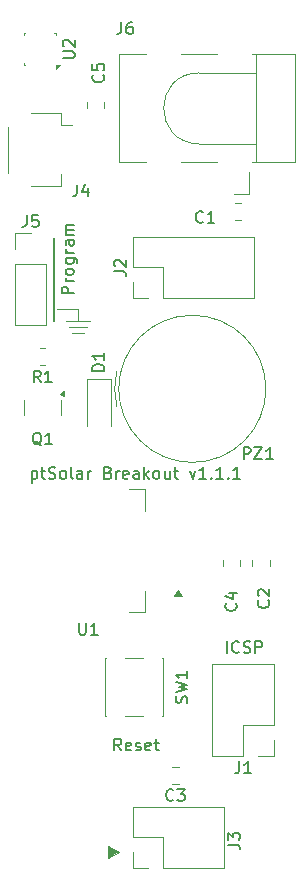
<source format=gbr>
%TF.GenerationSoftware,KiCad,Pcbnew,9.0.0*%
%TF.CreationDate,2025-03-02T17:32:46-06:00*%
%TF.ProjectId,ptSolar-Breakout,7074536f-6c61-4722-9d42-7265616b6f75,rev?*%
%TF.SameCoordinates,Original*%
%TF.FileFunction,Legend,Top*%
%TF.FilePolarity,Positive*%
%FSLAX46Y46*%
G04 Gerber Fmt 4.6, Leading zero omitted, Abs format (unit mm)*
G04 Created by KiCad (PCBNEW 9.0.0) date 2025-03-02 17:32:46*
%MOMM*%
%LPD*%
G01*
G04 APERTURE LIST*
%ADD10C,0.150000*%
%ADD11C,0.100000*%
%ADD12C,0.200000*%
%ADD13C,0.120000*%
G04 APERTURE END LIST*
D10*
X145836779Y-106703152D02*
X145836779Y-107703152D01*
X145836779Y-106750771D02*
X145932017Y-106703152D01*
X145932017Y-106703152D02*
X146122493Y-106703152D01*
X146122493Y-106703152D02*
X146217731Y-106750771D01*
X146217731Y-106750771D02*
X146265350Y-106798390D01*
X146265350Y-106798390D02*
X146312969Y-106893628D01*
X146312969Y-106893628D02*
X146312969Y-107179342D01*
X146312969Y-107179342D02*
X146265350Y-107274580D01*
X146265350Y-107274580D02*
X146217731Y-107322200D01*
X146217731Y-107322200D02*
X146122493Y-107369819D01*
X146122493Y-107369819D02*
X145932017Y-107369819D01*
X145932017Y-107369819D02*
X145836779Y-107322200D01*
X146598684Y-106703152D02*
X146979636Y-106703152D01*
X146741541Y-106369819D02*
X146741541Y-107226961D01*
X146741541Y-107226961D02*
X146789160Y-107322200D01*
X146789160Y-107322200D02*
X146884398Y-107369819D01*
X146884398Y-107369819D02*
X146979636Y-107369819D01*
X147265351Y-107322200D02*
X147408208Y-107369819D01*
X147408208Y-107369819D02*
X147646303Y-107369819D01*
X147646303Y-107369819D02*
X147741541Y-107322200D01*
X147741541Y-107322200D02*
X147789160Y-107274580D01*
X147789160Y-107274580D02*
X147836779Y-107179342D01*
X147836779Y-107179342D02*
X147836779Y-107084104D01*
X147836779Y-107084104D02*
X147789160Y-106988866D01*
X147789160Y-106988866D02*
X147741541Y-106941247D01*
X147741541Y-106941247D02*
X147646303Y-106893628D01*
X147646303Y-106893628D02*
X147455827Y-106846009D01*
X147455827Y-106846009D02*
X147360589Y-106798390D01*
X147360589Y-106798390D02*
X147312970Y-106750771D01*
X147312970Y-106750771D02*
X147265351Y-106655533D01*
X147265351Y-106655533D02*
X147265351Y-106560295D01*
X147265351Y-106560295D02*
X147312970Y-106465057D01*
X147312970Y-106465057D02*
X147360589Y-106417438D01*
X147360589Y-106417438D02*
X147455827Y-106369819D01*
X147455827Y-106369819D02*
X147693922Y-106369819D01*
X147693922Y-106369819D02*
X147836779Y-106417438D01*
X148408208Y-107369819D02*
X148312970Y-107322200D01*
X148312970Y-107322200D02*
X148265351Y-107274580D01*
X148265351Y-107274580D02*
X148217732Y-107179342D01*
X148217732Y-107179342D02*
X148217732Y-106893628D01*
X148217732Y-106893628D02*
X148265351Y-106798390D01*
X148265351Y-106798390D02*
X148312970Y-106750771D01*
X148312970Y-106750771D02*
X148408208Y-106703152D01*
X148408208Y-106703152D02*
X148551065Y-106703152D01*
X148551065Y-106703152D02*
X148646303Y-106750771D01*
X148646303Y-106750771D02*
X148693922Y-106798390D01*
X148693922Y-106798390D02*
X148741541Y-106893628D01*
X148741541Y-106893628D02*
X148741541Y-107179342D01*
X148741541Y-107179342D02*
X148693922Y-107274580D01*
X148693922Y-107274580D02*
X148646303Y-107322200D01*
X148646303Y-107322200D02*
X148551065Y-107369819D01*
X148551065Y-107369819D02*
X148408208Y-107369819D01*
X149312970Y-107369819D02*
X149217732Y-107322200D01*
X149217732Y-107322200D02*
X149170113Y-107226961D01*
X149170113Y-107226961D02*
X149170113Y-106369819D01*
X150122494Y-107369819D02*
X150122494Y-106846009D01*
X150122494Y-106846009D02*
X150074875Y-106750771D01*
X150074875Y-106750771D02*
X149979637Y-106703152D01*
X149979637Y-106703152D02*
X149789161Y-106703152D01*
X149789161Y-106703152D02*
X149693923Y-106750771D01*
X150122494Y-107322200D02*
X150027256Y-107369819D01*
X150027256Y-107369819D02*
X149789161Y-107369819D01*
X149789161Y-107369819D02*
X149693923Y-107322200D01*
X149693923Y-107322200D02*
X149646304Y-107226961D01*
X149646304Y-107226961D02*
X149646304Y-107131723D01*
X149646304Y-107131723D02*
X149693923Y-107036485D01*
X149693923Y-107036485D02*
X149789161Y-106988866D01*
X149789161Y-106988866D02*
X150027256Y-106988866D01*
X150027256Y-106988866D02*
X150122494Y-106941247D01*
X150598685Y-107369819D02*
X150598685Y-106703152D01*
X150598685Y-106893628D02*
X150646304Y-106798390D01*
X150646304Y-106798390D02*
X150693923Y-106750771D01*
X150693923Y-106750771D02*
X150789161Y-106703152D01*
X150789161Y-106703152D02*
X150884399Y-106703152D01*
X152312971Y-106846009D02*
X152455828Y-106893628D01*
X152455828Y-106893628D02*
X152503447Y-106941247D01*
X152503447Y-106941247D02*
X152551066Y-107036485D01*
X152551066Y-107036485D02*
X152551066Y-107179342D01*
X152551066Y-107179342D02*
X152503447Y-107274580D01*
X152503447Y-107274580D02*
X152455828Y-107322200D01*
X152455828Y-107322200D02*
X152360590Y-107369819D01*
X152360590Y-107369819D02*
X151979638Y-107369819D01*
X151979638Y-107369819D02*
X151979638Y-106369819D01*
X151979638Y-106369819D02*
X152312971Y-106369819D01*
X152312971Y-106369819D02*
X152408209Y-106417438D01*
X152408209Y-106417438D02*
X152455828Y-106465057D01*
X152455828Y-106465057D02*
X152503447Y-106560295D01*
X152503447Y-106560295D02*
X152503447Y-106655533D01*
X152503447Y-106655533D02*
X152455828Y-106750771D01*
X152455828Y-106750771D02*
X152408209Y-106798390D01*
X152408209Y-106798390D02*
X152312971Y-106846009D01*
X152312971Y-106846009D02*
X151979638Y-106846009D01*
X152979638Y-107369819D02*
X152979638Y-106703152D01*
X152979638Y-106893628D02*
X153027257Y-106798390D01*
X153027257Y-106798390D02*
X153074876Y-106750771D01*
X153074876Y-106750771D02*
X153170114Y-106703152D01*
X153170114Y-106703152D02*
X153265352Y-106703152D01*
X153979638Y-107322200D02*
X153884400Y-107369819D01*
X153884400Y-107369819D02*
X153693924Y-107369819D01*
X153693924Y-107369819D02*
X153598686Y-107322200D01*
X153598686Y-107322200D02*
X153551067Y-107226961D01*
X153551067Y-107226961D02*
X153551067Y-106846009D01*
X153551067Y-106846009D02*
X153598686Y-106750771D01*
X153598686Y-106750771D02*
X153693924Y-106703152D01*
X153693924Y-106703152D02*
X153884400Y-106703152D01*
X153884400Y-106703152D02*
X153979638Y-106750771D01*
X153979638Y-106750771D02*
X154027257Y-106846009D01*
X154027257Y-106846009D02*
X154027257Y-106941247D01*
X154027257Y-106941247D02*
X153551067Y-107036485D01*
X154884400Y-107369819D02*
X154884400Y-106846009D01*
X154884400Y-106846009D02*
X154836781Y-106750771D01*
X154836781Y-106750771D02*
X154741543Y-106703152D01*
X154741543Y-106703152D02*
X154551067Y-106703152D01*
X154551067Y-106703152D02*
X154455829Y-106750771D01*
X154884400Y-107322200D02*
X154789162Y-107369819D01*
X154789162Y-107369819D02*
X154551067Y-107369819D01*
X154551067Y-107369819D02*
X154455829Y-107322200D01*
X154455829Y-107322200D02*
X154408210Y-107226961D01*
X154408210Y-107226961D02*
X154408210Y-107131723D01*
X154408210Y-107131723D02*
X154455829Y-107036485D01*
X154455829Y-107036485D02*
X154551067Y-106988866D01*
X154551067Y-106988866D02*
X154789162Y-106988866D01*
X154789162Y-106988866D02*
X154884400Y-106941247D01*
X155360591Y-107369819D02*
X155360591Y-106369819D01*
X155455829Y-106988866D02*
X155741543Y-107369819D01*
X155741543Y-106703152D02*
X155360591Y-107084104D01*
X156312972Y-107369819D02*
X156217734Y-107322200D01*
X156217734Y-107322200D02*
X156170115Y-107274580D01*
X156170115Y-107274580D02*
X156122496Y-107179342D01*
X156122496Y-107179342D02*
X156122496Y-106893628D01*
X156122496Y-106893628D02*
X156170115Y-106798390D01*
X156170115Y-106798390D02*
X156217734Y-106750771D01*
X156217734Y-106750771D02*
X156312972Y-106703152D01*
X156312972Y-106703152D02*
X156455829Y-106703152D01*
X156455829Y-106703152D02*
X156551067Y-106750771D01*
X156551067Y-106750771D02*
X156598686Y-106798390D01*
X156598686Y-106798390D02*
X156646305Y-106893628D01*
X156646305Y-106893628D02*
X156646305Y-107179342D01*
X156646305Y-107179342D02*
X156598686Y-107274580D01*
X156598686Y-107274580D02*
X156551067Y-107322200D01*
X156551067Y-107322200D02*
X156455829Y-107369819D01*
X156455829Y-107369819D02*
X156312972Y-107369819D01*
X157503448Y-106703152D02*
X157503448Y-107369819D01*
X157074877Y-106703152D02*
X157074877Y-107226961D01*
X157074877Y-107226961D02*
X157122496Y-107322200D01*
X157122496Y-107322200D02*
X157217734Y-107369819D01*
X157217734Y-107369819D02*
X157360591Y-107369819D01*
X157360591Y-107369819D02*
X157455829Y-107322200D01*
X157455829Y-107322200D02*
X157503448Y-107274580D01*
X157836782Y-106703152D02*
X158217734Y-106703152D01*
X157979639Y-106369819D02*
X157979639Y-107226961D01*
X157979639Y-107226961D02*
X158027258Y-107322200D01*
X158027258Y-107322200D02*
X158122496Y-107369819D01*
X158122496Y-107369819D02*
X158217734Y-107369819D01*
X159217735Y-106703152D02*
X159455830Y-107369819D01*
X159455830Y-107369819D02*
X159693925Y-106703152D01*
X160598687Y-107369819D02*
X160027259Y-107369819D01*
X160312973Y-107369819D02*
X160312973Y-106369819D01*
X160312973Y-106369819D02*
X160217735Y-106512676D01*
X160217735Y-106512676D02*
X160122497Y-106607914D01*
X160122497Y-106607914D02*
X160027259Y-106655533D01*
X161027259Y-107274580D02*
X161074878Y-107322200D01*
X161074878Y-107322200D02*
X161027259Y-107369819D01*
X161027259Y-107369819D02*
X160979640Y-107322200D01*
X160979640Y-107322200D02*
X161027259Y-107274580D01*
X161027259Y-107274580D02*
X161027259Y-107369819D01*
X162027258Y-107369819D02*
X161455830Y-107369819D01*
X161741544Y-107369819D02*
X161741544Y-106369819D01*
X161741544Y-106369819D02*
X161646306Y-106512676D01*
X161646306Y-106512676D02*
X161551068Y-106607914D01*
X161551068Y-106607914D02*
X161455830Y-106655533D01*
X162455830Y-107274580D02*
X162503449Y-107322200D01*
X162503449Y-107322200D02*
X162455830Y-107369819D01*
X162455830Y-107369819D02*
X162408211Y-107322200D01*
X162408211Y-107322200D02*
X162455830Y-107274580D01*
X162455830Y-107274580D02*
X162455830Y-107369819D01*
X163455829Y-107369819D02*
X162884401Y-107369819D01*
X163170115Y-107369819D02*
X163170115Y-106369819D01*
X163170115Y-106369819D02*
X163074877Y-106512676D01*
X163074877Y-106512676D02*
X162979639Y-106607914D01*
X162979639Y-106607914D02*
X162884401Y-106655533D01*
D11*
X150750000Y-94000000D02*
X148750000Y-94000000D01*
X150250000Y-95000000D02*
X149250000Y-95000000D01*
X150500000Y-94500000D02*
X149000000Y-94500000D01*
D10*
X149369819Y-91663220D02*
X148369819Y-91663220D01*
X148369819Y-91663220D02*
X148369819Y-91282268D01*
X148369819Y-91282268D02*
X148417438Y-91187030D01*
X148417438Y-91187030D02*
X148465057Y-91139411D01*
X148465057Y-91139411D02*
X148560295Y-91091792D01*
X148560295Y-91091792D02*
X148703152Y-91091792D01*
X148703152Y-91091792D02*
X148798390Y-91139411D01*
X148798390Y-91139411D02*
X148846009Y-91187030D01*
X148846009Y-91187030D02*
X148893628Y-91282268D01*
X148893628Y-91282268D02*
X148893628Y-91663220D01*
X149369819Y-90663220D02*
X148703152Y-90663220D01*
X148893628Y-90663220D02*
X148798390Y-90615601D01*
X148798390Y-90615601D02*
X148750771Y-90567982D01*
X148750771Y-90567982D02*
X148703152Y-90472744D01*
X148703152Y-90472744D02*
X148703152Y-90377506D01*
X149369819Y-89901315D02*
X149322200Y-89996553D01*
X149322200Y-89996553D02*
X149274580Y-90044172D01*
X149274580Y-90044172D02*
X149179342Y-90091791D01*
X149179342Y-90091791D02*
X148893628Y-90091791D01*
X148893628Y-90091791D02*
X148798390Y-90044172D01*
X148798390Y-90044172D02*
X148750771Y-89996553D01*
X148750771Y-89996553D02*
X148703152Y-89901315D01*
X148703152Y-89901315D02*
X148703152Y-89758458D01*
X148703152Y-89758458D02*
X148750771Y-89663220D01*
X148750771Y-89663220D02*
X148798390Y-89615601D01*
X148798390Y-89615601D02*
X148893628Y-89567982D01*
X148893628Y-89567982D02*
X149179342Y-89567982D01*
X149179342Y-89567982D02*
X149274580Y-89615601D01*
X149274580Y-89615601D02*
X149322200Y-89663220D01*
X149322200Y-89663220D02*
X149369819Y-89758458D01*
X149369819Y-89758458D02*
X149369819Y-89901315D01*
X148703152Y-88710839D02*
X149512676Y-88710839D01*
X149512676Y-88710839D02*
X149607914Y-88758458D01*
X149607914Y-88758458D02*
X149655533Y-88806077D01*
X149655533Y-88806077D02*
X149703152Y-88901315D01*
X149703152Y-88901315D02*
X149703152Y-89044172D01*
X149703152Y-89044172D02*
X149655533Y-89139410D01*
X149322200Y-88710839D02*
X149369819Y-88806077D01*
X149369819Y-88806077D02*
X149369819Y-88996553D01*
X149369819Y-88996553D02*
X149322200Y-89091791D01*
X149322200Y-89091791D02*
X149274580Y-89139410D01*
X149274580Y-89139410D02*
X149179342Y-89187029D01*
X149179342Y-89187029D02*
X148893628Y-89187029D01*
X148893628Y-89187029D02*
X148798390Y-89139410D01*
X148798390Y-89139410D02*
X148750771Y-89091791D01*
X148750771Y-89091791D02*
X148703152Y-88996553D01*
X148703152Y-88996553D02*
X148703152Y-88806077D01*
X148703152Y-88806077D02*
X148750771Y-88710839D01*
X149369819Y-88234648D02*
X148703152Y-88234648D01*
X148893628Y-88234648D02*
X148798390Y-88187029D01*
X148798390Y-88187029D02*
X148750771Y-88139410D01*
X148750771Y-88139410D02*
X148703152Y-88044172D01*
X148703152Y-88044172D02*
X148703152Y-87948934D01*
X149369819Y-87187029D02*
X148846009Y-87187029D01*
X148846009Y-87187029D02*
X148750771Y-87234648D01*
X148750771Y-87234648D02*
X148703152Y-87329886D01*
X148703152Y-87329886D02*
X148703152Y-87520362D01*
X148703152Y-87520362D02*
X148750771Y-87615600D01*
X149322200Y-87187029D02*
X149369819Y-87282267D01*
X149369819Y-87282267D02*
X149369819Y-87520362D01*
X149369819Y-87520362D02*
X149322200Y-87615600D01*
X149322200Y-87615600D02*
X149226961Y-87663219D01*
X149226961Y-87663219D02*
X149131723Y-87663219D01*
X149131723Y-87663219D02*
X149036485Y-87615600D01*
X149036485Y-87615600D02*
X148988866Y-87520362D01*
X148988866Y-87520362D02*
X148988866Y-87282267D01*
X148988866Y-87282267D02*
X148941247Y-87187029D01*
X149369819Y-86710838D02*
X148703152Y-86710838D01*
X148798390Y-86710838D02*
X148750771Y-86663219D01*
X148750771Y-86663219D02*
X148703152Y-86567981D01*
X148703152Y-86567981D02*
X148703152Y-86425124D01*
X148703152Y-86425124D02*
X148750771Y-86329886D01*
X148750771Y-86329886D02*
X148846009Y-86282267D01*
X148846009Y-86282267D02*
X149369819Y-86282267D01*
X148846009Y-86282267D02*
X148750771Y-86234648D01*
X148750771Y-86234648D02*
X148703152Y-86139410D01*
X148703152Y-86139410D02*
X148703152Y-85996553D01*
X148703152Y-85996553D02*
X148750771Y-85901314D01*
X148750771Y-85901314D02*
X148846009Y-85853695D01*
X148846009Y-85853695D02*
X149369819Y-85853695D01*
D11*
X149750000Y-94000000D02*
X149750000Y-93000000D01*
X148000000Y-93000000D02*
X149750000Y-93000000D01*
D12*
X147750000Y-94000000D02*
X147750000Y-87000000D01*
D11*
X153250000Y-139000000D02*
X152250000Y-139500000D01*
X152250000Y-138500000D01*
X153250000Y-139000000D01*
G36*
X153250000Y-139000000D02*
G01*
X152250000Y-139500000D01*
X152250000Y-138500000D01*
X153250000Y-139000000D01*
G37*
D10*
X153408207Y-130369819D02*
X153074874Y-129893628D01*
X152836779Y-130369819D02*
X152836779Y-129369819D01*
X152836779Y-129369819D02*
X153217731Y-129369819D01*
X153217731Y-129369819D02*
X153312969Y-129417438D01*
X153312969Y-129417438D02*
X153360588Y-129465057D01*
X153360588Y-129465057D02*
X153408207Y-129560295D01*
X153408207Y-129560295D02*
X153408207Y-129703152D01*
X153408207Y-129703152D02*
X153360588Y-129798390D01*
X153360588Y-129798390D02*
X153312969Y-129846009D01*
X153312969Y-129846009D02*
X153217731Y-129893628D01*
X153217731Y-129893628D02*
X152836779Y-129893628D01*
X154217731Y-130322200D02*
X154122493Y-130369819D01*
X154122493Y-130369819D02*
X153932017Y-130369819D01*
X153932017Y-130369819D02*
X153836779Y-130322200D01*
X153836779Y-130322200D02*
X153789160Y-130226961D01*
X153789160Y-130226961D02*
X153789160Y-129846009D01*
X153789160Y-129846009D02*
X153836779Y-129750771D01*
X153836779Y-129750771D02*
X153932017Y-129703152D01*
X153932017Y-129703152D02*
X154122493Y-129703152D01*
X154122493Y-129703152D02*
X154217731Y-129750771D01*
X154217731Y-129750771D02*
X154265350Y-129846009D01*
X154265350Y-129846009D02*
X154265350Y-129941247D01*
X154265350Y-129941247D02*
X153789160Y-130036485D01*
X154646303Y-130322200D02*
X154741541Y-130369819D01*
X154741541Y-130369819D02*
X154932017Y-130369819D01*
X154932017Y-130369819D02*
X155027255Y-130322200D01*
X155027255Y-130322200D02*
X155074874Y-130226961D01*
X155074874Y-130226961D02*
X155074874Y-130179342D01*
X155074874Y-130179342D02*
X155027255Y-130084104D01*
X155027255Y-130084104D02*
X154932017Y-130036485D01*
X154932017Y-130036485D02*
X154789160Y-130036485D01*
X154789160Y-130036485D02*
X154693922Y-129988866D01*
X154693922Y-129988866D02*
X154646303Y-129893628D01*
X154646303Y-129893628D02*
X154646303Y-129846009D01*
X154646303Y-129846009D02*
X154693922Y-129750771D01*
X154693922Y-129750771D02*
X154789160Y-129703152D01*
X154789160Y-129703152D02*
X154932017Y-129703152D01*
X154932017Y-129703152D02*
X155027255Y-129750771D01*
X155884398Y-130322200D02*
X155789160Y-130369819D01*
X155789160Y-130369819D02*
X155598684Y-130369819D01*
X155598684Y-130369819D02*
X155503446Y-130322200D01*
X155503446Y-130322200D02*
X155455827Y-130226961D01*
X155455827Y-130226961D02*
X155455827Y-129846009D01*
X155455827Y-129846009D02*
X155503446Y-129750771D01*
X155503446Y-129750771D02*
X155598684Y-129703152D01*
X155598684Y-129703152D02*
X155789160Y-129703152D01*
X155789160Y-129703152D02*
X155884398Y-129750771D01*
X155884398Y-129750771D02*
X155932017Y-129846009D01*
X155932017Y-129846009D02*
X155932017Y-129941247D01*
X155932017Y-129941247D02*
X155455827Y-130036485D01*
X156217732Y-129703152D02*
X156598684Y-129703152D01*
X156360589Y-129369819D02*
X156360589Y-130226961D01*
X156360589Y-130226961D02*
X156408208Y-130322200D01*
X156408208Y-130322200D02*
X156503446Y-130369819D01*
X156503446Y-130369819D02*
X156598684Y-130369819D01*
X162336779Y-122119819D02*
X162336779Y-121119819D01*
X163384397Y-122024580D02*
X163336778Y-122072200D01*
X163336778Y-122072200D02*
X163193921Y-122119819D01*
X163193921Y-122119819D02*
X163098683Y-122119819D01*
X163098683Y-122119819D02*
X162955826Y-122072200D01*
X162955826Y-122072200D02*
X162860588Y-121976961D01*
X162860588Y-121976961D02*
X162812969Y-121881723D01*
X162812969Y-121881723D02*
X162765350Y-121691247D01*
X162765350Y-121691247D02*
X162765350Y-121548390D01*
X162765350Y-121548390D02*
X162812969Y-121357914D01*
X162812969Y-121357914D02*
X162860588Y-121262676D01*
X162860588Y-121262676D02*
X162955826Y-121167438D01*
X162955826Y-121167438D02*
X163098683Y-121119819D01*
X163098683Y-121119819D02*
X163193921Y-121119819D01*
X163193921Y-121119819D02*
X163336778Y-121167438D01*
X163336778Y-121167438D02*
X163384397Y-121215057D01*
X163765350Y-122072200D02*
X163908207Y-122119819D01*
X163908207Y-122119819D02*
X164146302Y-122119819D01*
X164146302Y-122119819D02*
X164241540Y-122072200D01*
X164241540Y-122072200D02*
X164289159Y-122024580D01*
X164289159Y-122024580D02*
X164336778Y-121929342D01*
X164336778Y-121929342D02*
X164336778Y-121834104D01*
X164336778Y-121834104D02*
X164289159Y-121738866D01*
X164289159Y-121738866D02*
X164241540Y-121691247D01*
X164241540Y-121691247D02*
X164146302Y-121643628D01*
X164146302Y-121643628D02*
X163955826Y-121596009D01*
X163955826Y-121596009D02*
X163860588Y-121548390D01*
X163860588Y-121548390D02*
X163812969Y-121500771D01*
X163812969Y-121500771D02*
X163765350Y-121405533D01*
X163765350Y-121405533D02*
X163765350Y-121310295D01*
X163765350Y-121310295D02*
X163812969Y-121215057D01*
X163812969Y-121215057D02*
X163860588Y-121167438D01*
X163860588Y-121167438D02*
X163955826Y-121119819D01*
X163955826Y-121119819D02*
X164193921Y-121119819D01*
X164193921Y-121119819D02*
X164336778Y-121167438D01*
X164765350Y-122119819D02*
X164765350Y-121119819D01*
X164765350Y-121119819D02*
X165146302Y-121119819D01*
X165146302Y-121119819D02*
X165241540Y-121167438D01*
X165241540Y-121167438D02*
X165289159Y-121215057D01*
X165289159Y-121215057D02*
X165336778Y-121310295D01*
X165336778Y-121310295D02*
X165336778Y-121453152D01*
X165336778Y-121453152D02*
X165289159Y-121548390D01*
X165289159Y-121548390D02*
X165241540Y-121596009D01*
X165241540Y-121596009D02*
X165146302Y-121643628D01*
X165146302Y-121643628D02*
X164765350Y-121643628D01*
X148454819Y-71761904D02*
X149264342Y-71761904D01*
X149264342Y-71761904D02*
X149359580Y-71714285D01*
X149359580Y-71714285D02*
X149407200Y-71666666D01*
X149407200Y-71666666D02*
X149454819Y-71571428D01*
X149454819Y-71571428D02*
X149454819Y-71380952D01*
X149454819Y-71380952D02*
X149407200Y-71285714D01*
X149407200Y-71285714D02*
X149359580Y-71238095D01*
X149359580Y-71238095D02*
X149264342Y-71190476D01*
X149264342Y-71190476D02*
X148454819Y-71190476D01*
X148550057Y-70761904D02*
X148502438Y-70714285D01*
X148502438Y-70714285D02*
X148454819Y-70619047D01*
X148454819Y-70619047D02*
X148454819Y-70380952D01*
X148454819Y-70380952D02*
X148502438Y-70285714D01*
X148502438Y-70285714D02*
X148550057Y-70238095D01*
X148550057Y-70238095D02*
X148645295Y-70190476D01*
X148645295Y-70190476D02*
X148740533Y-70190476D01*
X148740533Y-70190476D02*
X148883390Y-70238095D01*
X148883390Y-70238095D02*
X149454819Y-70809523D01*
X149454819Y-70809523D02*
X149454819Y-70190476D01*
X158957200Y-126333332D02*
X159004819Y-126190475D01*
X159004819Y-126190475D02*
X159004819Y-125952380D01*
X159004819Y-125952380D02*
X158957200Y-125857142D01*
X158957200Y-125857142D02*
X158909580Y-125809523D01*
X158909580Y-125809523D02*
X158814342Y-125761904D01*
X158814342Y-125761904D02*
X158719104Y-125761904D01*
X158719104Y-125761904D02*
X158623866Y-125809523D01*
X158623866Y-125809523D02*
X158576247Y-125857142D01*
X158576247Y-125857142D02*
X158528628Y-125952380D01*
X158528628Y-125952380D02*
X158481009Y-126142856D01*
X158481009Y-126142856D02*
X158433390Y-126238094D01*
X158433390Y-126238094D02*
X158385771Y-126285713D01*
X158385771Y-126285713D02*
X158290533Y-126333332D01*
X158290533Y-126333332D02*
X158195295Y-126333332D01*
X158195295Y-126333332D02*
X158100057Y-126285713D01*
X158100057Y-126285713D02*
X158052438Y-126238094D01*
X158052438Y-126238094D02*
X158004819Y-126142856D01*
X158004819Y-126142856D02*
X158004819Y-125904761D01*
X158004819Y-125904761D02*
X158052438Y-125761904D01*
X158004819Y-125428570D02*
X159004819Y-125190475D01*
X159004819Y-125190475D02*
X158290533Y-124999999D01*
X158290533Y-124999999D02*
X159004819Y-124809523D01*
X159004819Y-124809523D02*
X158004819Y-124571428D01*
X159004819Y-123666666D02*
X159004819Y-124238094D01*
X159004819Y-123952380D02*
X158004819Y-123952380D01*
X158004819Y-123952380D02*
X158147676Y-124047618D01*
X158147676Y-124047618D02*
X158242914Y-124142856D01*
X158242914Y-124142856D02*
X158290533Y-124238094D01*
X149666666Y-82454819D02*
X149666666Y-83169104D01*
X149666666Y-83169104D02*
X149619047Y-83311961D01*
X149619047Y-83311961D02*
X149523809Y-83407200D01*
X149523809Y-83407200D02*
X149380952Y-83454819D01*
X149380952Y-83454819D02*
X149285714Y-83454819D01*
X150571428Y-82788152D02*
X150571428Y-83454819D01*
X150333333Y-82407200D02*
X150095238Y-83121485D01*
X150095238Y-83121485D02*
X150714285Y-83121485D01*
X160333333Y-85609580D02*
X160285714Y-85657200D01*
X160285714Y-85657200D02*
X160142857Y-85704819D01*
X160142857Y-85704819D02*
X160047619Y-85704819D01*
X160047619Y-85704819D02*
X159904762Y-85657200D01*
X159904762Y-85657200D02*
X159809524Y-85561961D01*
X159809524Y-85561961D02*
X159761905Y-85466723D01*
X159761905Y-85466723D02*
X159714286Y-85276247D01*
X159714286Y-85276247D02*
X159714286Y-85133390D01*
X159714286Y-85133390D02*
X159761905Y-84942914D01*
X159761905Y-84942914D02*
X159809524Y-84847676D01*
X159809524Y-84847676D02*
X159904762Y-84752438D01*
X159904762Y-84752438D02*
X160047619Y-84704819D01*
X160047619Y-84704819D02*
X160142857Y-84704819D01*
X160142857Y-84704819D02*
X160285714Y-84752438D01*
X160285714Y-84752438D02*
X160333333Y-84800057D01*
X161285714Y-85704819D02*
X160714286Y-85704819D01*
X161000000Y-85704819D02*
X161000000Y-84704819D01*
X161000000Y-84704819D02*
X160904762Y-84847676D01*
X160904762Y-84847676D02*
X160809524Y-84942914D01*
X160809524Y-84942914D02*
X160714286Y-84990533D01*
X151859580Y-73166666D02*
X151907200Y-73214285D01*
X151907200Y-73214285D02*
X151954819Y-73357142D01*
X151954819Y-73357142D02*
X151954819Y-73452380D01*
X151954819Y-73452380D02*
X151907200Y-73595237D01*
X151907200Y-73595237D02*
X151811961Y-73690475D01*
X151811961Y-73690475D02*
X151716723Y-73738094D01*
X151716723Y-73738094D02*
X151526247Y-73785713D01*
X151526247Y-73785713D02*
X151383390Y-73785713D01*
X151383390Y-73785713D02*
X151192914Y-73738094D01*
X151192914Y-73738094D02*
X151097676Y-73690475D01*
X151097676Y-73690475D02*
X151002438Y-73595237D01*
X151002438Y-73595237D02*
X150954819Y-73452380D01*
X150954819Y-73452380D02*
X150954819Y-73357142D01*
X150954819Y-73357142D02*
X151002438Y-73214285D01*
X151002438Y-73214285D02*
X151050057Y-73166666D01*
X150954819Y-72261904D02*
X150954819Y-72738094D01*
X150954819Y-72738094D02*
X151431009Y-72785713D01*
X151431009Y-72785713D02*
X151383390Y-72738094D01*
X151383390Y-72738094D02*
X151335771Y-72642856D01*
X151335771Y-72642856D02*
X151335771Y-72404761D01*
X151335771Y-72404761D02*
X151383390Y-72309523D01*
X151383390Y-72309523D02*
X151431009Y-72261904D01*
X151431009Y-72261904D02*
X151526247Y-72214285D01*
X151526247Y-72214285D02*
X151764342Y-72214285D01*
X151764342Y-72214285D02*
X151859580Y-72261904D01*
X151859580Y-72261904D02*
X151907200Y-72309523D01*
X151907200Y-72309523D02*
X151954819Y-72404761D01*
X151954819Y-72404761D02*
X151954819Y-72642856D01*
X151954819Y-72642856D02*
X151907200Y-72738094D01*
X151907200Y-72738094D02*
X151859580Y-72785713D01*
X152824819Y-89803333D02*
X153539104Y-89803333D01*
X153539104Y-89803333D02*
X153681961Y-89850952D01*
X153681961Y-89850952D02*
X153777200Y-89946190D01*
X153777200Y-89946190D02*
X153824819Y-90089047D01*
X153824819Y-90089047D02*
X153824819Y-90184285D01*
X152920057Y-89374761D02*
X152872438Y-89327142D01*
X152872438Y-89327142D02*
X152824819Y-89231904D01*
X152824819Y-89231904D02*
X152824819Y-88993809D01*
X152824819Y-88993809D02*
X152872438Y-88898571D01*
X152872438Y-88898571D02*
X152920057Y-88850952D01*
X152920057Y-88850952D02*
X153015295Y-88803333D01*
X153015295Y-88803333D02*
X153110533Y-88803333D01*
X153110533Y-88803333D02*
X153253390Y-88850952D01*
X153253390Y-88850952D02*
X153824819Y-89422380D01*
X153824819Y-89422380D02*
X153824819Y-88803333D01*
X163396666Y-131284819D02*
X163396666Y-131999104D01*
X163396666Y-131999104D02*
X163349047Y-132141961D01*
X163349047Y-132141961D02*
X163253809Y-132237200D01*
X163253809Y-132237200D02*
X163110952Y-132284819D01*
X163110952Y-132284819D02*
X163015714Y-132284819D01*
X164396666Y-132284819D02*
X163825238Y-132284819D01*
X164110952Y-132284819D02*
X164110952Y-131284819D01*
X164110952Y-131284819D02*
X164015714Y-131427676D01*
X164015714Y-131427676D02*
X163920476Y-131522914D01*
X163920476Y-131522914D02*
X163825238Y-131570533D01*
X157833333Y-134539580D02*
X157785714Y-134587200D01*
X157785714Y-134587200D02*
X157642857Y-134634819D01*
X157642857Y-134634819D02*
X157547619Y-134634819D01*
X157547619Y-134634819D02*
X157404762Y-134587200D01*
X157404762Y-134587200D02*
X157309524Y-134491961D01*
X157309524Y-134491961D02*
X157261905Y-134396723D01*
X157261905Y-134396723D02*
X157214286Y-134206247D01*
X157214286Y-134206247D02*
X157214286Y-134063390D01*
X157214286Y-134063390D02*
X157261905Y-133872914D01*
X157261905Y-133872914D02*
X157309524Y-133777676D01*
X157309524Y-133777676D02*
X157404762Y-133682438D01*
X157404762Y-133682438D02*
X157547619Y-133634819D01*
X157547619Y-133634819D02*
X157642857Y-133634819D01*
X157642857Y-133634819D02*
X157785714Y-133682438D01*
X157785714Y-133682438D02*
X157833333Y-133730057D01*
X158166667Y-133634819D02*
X158785714Y-133634819D01*
X158785714Y-133634819D02*
X158452381Y-134015771D01*
X158452381Y-134015771D02*
X158595238Y-134015771D01*
X158595238Y-134015771D02*
X158690476Y-134063390D01*
X158690476Y-134063390D02*
X158738095Y-134111009D01*
X158738095Y-134111009D02*
X158785714Y-134206247D01*
X158785714Y-134206247D02*
X158785714Y-134444342D01*
X158785714Y-134444342D02*
X158738095Y-134539580D01*
X158738095Y-134539580D02*
X158690476Y-134587200D01*
X158690476Y-134587200D02*
X158595238Y-134634819D01*
X158595238Y-134634819D02*
X158309524Y-134634819D01*
X158309524Y-134634819D02*
X158214286Y-134587200D01*
X158214286Y-134587200D02*
X158166667Y-134539580D01*
X151954819Y-98238094D02*
X150954819Y-98238094D01*
X150954819Y-98238094D02*
X150954819Y-97999999D01*
X150954819Y-97999999D02*
X151002438Y-97857142D01*
X151002438Y-97857142D02*
X151097676Y-97761904D01*
X151097676Y-97761904D02*
X151192914Y-97714285D01*
X151192914Y-97714285D02*
X151383390Y-97666666D01*
X151383390Y-97666666D02*
X151526247Y-97666666D01*
X151526247Y-97666666D02*
X151716723Y-97714285D01*
X151716723Y-97714285D02*
X151811961Y-97761904D01*
X151811961Y-97761904D02*
X151907200Y-97857142D01*
X151907200Y-97857142D02*
X151954819Y-97999999D01*
X151954819Y-97999999D02*
X151954819Y-98238094D01*
X151954819Y-96714285D02*
X151954819Y-97285713D01*
X151954819Y-96999999D02*
X150954819Y-96999999D01*
X150954819Y-96999999D02*
X151097676Y-97095237D01*
X151097676Y-97095237D02*
X151192914Y-97190475D01*
X151192914Y-97190475D02*
X151240533Y-97285713D01*
X162454819Y-138333333D02*
X163169104Y-138333333D01*
X163169104Y-138333333D02*
X163311961Y-138380952D01*
X163311961Y-138380952D02*
X163407200Y-138476190D01*
X163407200Y-138476190D02*
X163454819Y-138619047D01*
X163454819Y-138619047D02*
X163454819Y-138714285D01*
X162454819Y-137952380D02*
X162454819Y-137333333D01*
X162454819Y-137333333D02*
X162835771Y-137666666D01*
X162835771Y-137666666D02*
X162835771Y-137523809D01*
X162835771Y-137523809D02*
X162883390Y-137428571D01*
X162883390Y-137428571D02*
X162931009Y-137380952D01*
X162931009Y-137380952D02*
X163026247Y-137333333D01*
X163026247Y-137333333D02*
X163264342Y-137333333D01*
X163264342Y-137333333D02*
X163359580Y-137380952D01*
X163359580Y-137380952D02*
X163407200Y-137428571D01*
X163407200Y-137428571D02*
X163454819Y-137523809D01*
X163454819Y-137523809D02*
X163454819Y-137809523D01*
X163454819Y-137809523D02*
X163407200Y-137904761D01*
X163407200Y-137904761D02*
X163359580Y-137952380D01*
X146654761Y-104550057D02*
X146559523Y-104502438D01*
X146559523Y-104502438D02*
X146464285Y-104407200D01*
X146464285Y-104407200D02*
X146321428Y-104264342D01*
X146321428Y-104264342D02*
X146226190Y-104216723D01*
X146226190Y-104216723D02*
X146130952Y-104216723D01*
X146178571Y-104454819D02*
X146083333Y-104407200D01*
X146083333Y-104407200D02*
X145988095Y-104311961D01*
X145988095Y-104311961D02*
X145940476Y-104121485D01*
X145940476Y-104121485D02*
X145940476Y-103788152D01*
X145940476Y-103788152D02*
X145988095Y-103597676D01*
X145988095Y-103597676D02*
X146083333Y-103502438D01*
X146083333Y-103502438D02*
X146178571Y-103454819D01*
X146178571Y-103454819D02*
X146369047Y-103454819D01*
X146369047Y-103454819D02*
X146464285Y-103502438D01*
X146464285Y-103502438D02*
X146559523Y-103597676D01*
X146559523Y-103597676D02*
X146607142Y-103788152D01*
X146607142Y-103788152D02*
X146607142Y-104121485D01*
X146607142Y-104121485D02*
X146559523Y-104311961D01*
X146559523Y-104311961D02*
X146464285Y-104407200D01*
X146464285Y-104407200D02*
X146369047Y-104454819D01*
X146369047Y-104454819D02*
X146178571Y-104454819D01*
X147559523Y-104454819D02*
X146988095Y-104454819D01*
X147273809Y-104454819D02*
X147273809Y-103454819D01*
X147273809Y-103454819D02*
X147178571Y-103597676D01*
X147178571Y-103597676D02*
X147083333Y-103692914D01*
X147083333Y-103692914D02*
X146988095Y-103740533D01*
X149838095Y-119564819D02*
X149838095Y-120374342D01*
X149838095Y-120374342D02*
X149885714Y-120469580D01*
X149885714Y-120469580D02*
X149933333Y-120517200D01*
X149933333Y-120517200D02*
X150028571Y-120564819D01*
X150028571Y-120564819D02*
X150219047Y-120564819D01*
X150219047Y-120564819D02*
X150314285Y-120517200D01*
X150314285Y-120517200D02*
X150361904Y-120469580D01*
X150361904Y-120469580D02*
X150409523Y-120374342D01*
X150409523Y-120374342D02*
X150409523Y-119564819D01*
X151409523Y-120564819D02*
X150838095Y-120564819D01*
X151123809Y-120564819D02*
X151123809Y-119564819D01*
X151123809Y-119564819D02*
X151028571Y-119707676D01*
X151028571Y-119707676D02*
X150933333Y-119802914D01*
X150933333Y-119802914D02*
X150838095Y-119850533D01*
X145416666Y-85044819D02*
X145416666Y-85759104D01*
X145416666Y-85759104D02*
X145369047Y-85901961D01*
X145369047Y-85901961D02*
X145273809Y-85997200D01*
X145273809Y-85997200D02*
X145130952Y-86044819D01*
X145130952Y-86044819D02*
X145035714Y-86044819D01*
X146369047Y-85044819D02*
X145892857Y-85044819D01*
X145892857Y-85044819D02*
X145845238Y-85521009D01*
X145845238Y-85521009D02*
X145892857Y-85473390D01*
X145892857Y-85473390D02*
X145988095Y-85425771D01*
X145988095Y-85425771D02*
X146226190Y-85425771D01*
X146226190Y-85425771D02*
X146321428Y-85473390D01*
X146321428Y-85473390D02*
X146369047Y-85521009D01*
X146369047Y-85521009D02*
X146416666Y-85616247D01*
X146416666Y-85616247D02*
X146416666Y-85854342D01*
X146416666Y-85854342D02*
X146369047Y-85949580D01*
X146369047Y-85949580D02*
X146321428Y-85997200D01*
X146321428Y-85997200D02*
X146226190Y-86044819D01*
X146226190Y-86044819D02*
X145988095Y-86044819D01*
X145988095Y-86044819D02*
X145892857Y-85997200D01*
X145892857Y-85997200D02*
X145845238Y-85949580D01*
X163109580Y-117916666D02*
X163157200Y-117964285D01*
X163157200Y-117964285D02*
X163204819Y-118107142D01*
X163204819Y-118107142D02*
X163204819Y-118202380D01*
X163204819Y-118202380D02*
X163157200Y-118345237D01*
X163157200Y-118345237D02*
X163061961Y-118440475D01*
X163061961Y-118440475D02*
X162966723Y-118488094D01*
X162966723Y-118488094D02*
X162776247Y-118535713D01*
X162776247Y-118535713D02*
X162633390Y-118535713D01*
X162633390Y-118535713D02*
X162442914Y-118488094D01*
X162442914Y-118488094D02*
X162347676Y-118440475D01*
X162347676Y-118440475D02*
X162252438Y-118345237D01*
X162252438Y-118345237D02*
X162204819Y-118202380D01*
X162204819Y-118202380D02*
X162204819Y-118107142D01*
X162204819Y-118107142D02*
X162252438Y-117964285D01*
X162252438Y-117964285D02*
X162300057Y-117916666D01*
X162538152Y-117059523D02*
X163204819Y-117059523D01*
X162157200Y-117297618D02*
X162871485Y-117535713D01*
X162871485Y-117535713D02*
X162871485Y-116916666D01*
X153416666Y-68704819D02*
X153416666Y-69419104D01*
X153416666Y-69419104D02*
X153369047Y-69561961D01*
X153369047Y-69561961D02*
X153273809Y-69657200D01*
X153273809Y-69657200D02*
X153130952Y-69704819D01*
X153130952Y-69704819D02*
X153035714Y-69704819D01*
X154321428Y-68704819D02*
X154130952Y-68704819D01*
X154130952Y-68704819D02*
X154035714Y-68752438D01*
X154035714Y-68752438D02*
X153988095Y-68800057D01*
X153988095Y-68800057D02*
X153892857Y-68942914D01*
X153892857Y-68942914D02*
X153845238Y-69133390D01*
X153845238Y-69133390D02*
X153845238Y-69514342D01*
X153845238Y-69514342D02*
X153892857Y-69609580D01*
X153892857Y-69609580D02*
X153940476Y-69657200D01*
X153940476Y-69657200D02*
X154035714Y-69704819D01*
X154035714Y-69704819D02*
X154226190Y-69704819D01*
X154226190Y-69704819D02*
X154321428Y-69657200D01*
X154321428Y-69657200D02*
X154369047Y-69609580D01*
X154369047Y-69609580D02*
X154416666Y-69514342D01*
X154416666Y-69514342D02*
X154416666Y-69276247D01*
X154416666Y-69276247D02*
X154369047Y-69181009D01*
X154369047Y-69181009D02*
X154321428Y-69133390D01*
X154321428Y-69133390D02*
X154226190Y-69085771D01*
X154226190Y-69085771D02*
X154035714Y-69085771D01*
X154035714Y-69085771D02*
X153940476Y-69133390D01*
X153940476Y-69133390D02*
X153892857Y-69181009D01*
X153892857Y-69181009D02*
X153845238Y-69276247D01*
X165859580Y-117666666D02*
X165907200Y-117714285D01*
X165907200Y-117714285D02*
X165954819Y-117857142D01*
X165954819Y-117857142D02*
X165954819Y-117952380D01*
X165954819Y-117952380D02*
X165907200Y-118095237D01*
X165907200Y-118095237D02*
X165811961Y-118190475D01*
X165811961Y-118190475D02*
X165716723Y-118238094D01*
X165716723Y-118238094D02*
X165526247Y-118285713D01*
X165526247Y-118285713D02*
X165383390Y-118285713D01*
X165383390Y-118285713D02*
X165192914Y-118238094D01*
X165192914Y-118238094D02*
X165097676Y-118190475D01*
X165097676Y-118190475D02*
X165002438Y-118095237D01*
X165002438Y-118095237D02*
X164954819Y-117952380D01*
X164954819Y-117952380D02*
X164954819Y-117857142D01*
X164954819Y-117857142D02*
X165002438Y-117714285D01*
X165002438Y-117714285D02*
X165050057Y-117666666D01*
X165050057Y-117285713D02*
X165002438Y-117238094D01*
X165002438Y-117238094D02*
X164954819Y-117142856D01*
X164954819Y-117142856D02*
X164954819Y-116904761D01*
X164954819Y-116904761D02*
X165002438Y-116809523D01*
X165002438Y-116809523D02*
X165050057Y-116761904D01*
X165050057Y-116761904D02*
X165145295Y-116714285D01*
X165145295Y-116714285D02*
X165240533Y-116714285D01*
X165240533Y-116714285D02*
X165383390Y-116761904D01*
X165383390Y-116761904D02*
X165954819Y-117333332D01*
X165954819Y-117333332D02*
X165954819Y-116714285D01*
X146583333Y-99204819D02*
X146250000Y-98728628D01*
X146011905Y-99204819D02*
X146011905Y-98204819D01*
X146011905Y-98204819D02*
X146392857Y-98204819D01*
X146392857Y-98204819D02*
X146488095Y-98252438D01*
X146488095Y-98252438D02*
X146535714Y-98300057D01*
X146535714Y-98300057D02*
X146583333Y-98395295D01*
X146583333Y-98395295D02*
X146583333Y-98538152D01*
X146583333Y-98538152D02*
X146535714Y-98633390D01*
X146535714Y-98633390D02*
X146488095Y-98681009D01*
X146488095Y-98681009D02*
X146392857Y-98728628D01*
X146392857Y-98728628D02*
X146011905Y-98728628D01*
X147535714Y-99204819D02*
X146964286Y-99204819D01*
X147250000Y-99204819D02*
X147250000Y-98204819D01*
X147250000Y-98204819D02*
X147154762Y-98347676D01*
X147154762Y-98347676D02*
X147059524Y-98442914D01*
X147059524Y-98442914D02*
X146964286Y-98490533D01*
X163785714Y-105704819D02*
X163785714Y-104704819D01*
X163785714Y-104704819D02*
X164166666Y-104704819D01*
X164166666Y-104704819D02*
X164261904Y-104752438D01*
X164261904Y-104752438D02*
X164309523Y-104800057D01*
X164309523Y-104800057D02*
X164357142Y-104895295D01*
X164357142Y-104895295D02*
X164357142Y-105038152D01*
X164357142Y-105038152D02*
X164309523Y-105133390D01*
X164309523Y-105133390D02*
X164261904Y-105181009D01*
X164261904Y-105181009D02*
X164166666Y-105228628D01*
X164166666Y-105228628D02*
X163785714Y-105228628D01*
X164690476Y-104704819D02*
X165357142Y-104704819D01*
X165357142Y-104704819D02*
X164690476Y-105704819D01*
X164690476Y-105704819D02*
X165357142Y-105704819D01*
X166261904Y-105704819D02*
X165690476Y-105704819D01*
X165976190Y-105704819D02*
X165976190Y-104704819D01*
X165976190Y-104704819D02*
X165880952Y-104847676D01*
X165880952Y-104847676D02*
X165785714Y-104942914D01*
X165785714Y-104942914D02*
X165690476Y-104990533D01*
D11*
%TO.C,U2*%
X147850000Y-69650000D02*
X147850000Y-69800000D01*
X147850000Y-69640000D02*
X147700000Y-69640000D01*
X145300000Y-72350000D02*
X145150000Y-72350000D01*
X145150000Y-72350000D02*
X145150000Y-72200000D01*
X145150000Y-69650000D02*
X145300000Y-69650000D01*
X145150000Y-69650000D02*
X145150000Y-69800000D01*
D13*
X147850000Y-72710000D02*
X147850000Y-72350000D01*
X148210000Y-72350000D01*
X147850000Y-72710000D01*
G36*
X147850000Y-72710000D02*
G01*
X147850000Y-72350000D01*
X148210000Y-72350000D01*
X147850000Y-72710000D01*
G37*
%TO.C,SW1*%
X156950000Y-122550000D02*
X156900000Y-122550000D01*
X156950000Y-122550000D02*
X156950000Y-127450000D01*
X155250000Y-122550000D02*
X153750000Y-122550000D01*
X152050000Y-122550000D02*
X152100000Y-122550000D01*
X152050000Y-122550000D02*
X152050000Y-127450000D01*
X156950000Y-127450000D02*
X156900000Y-127450000D01*
X155250000Y-127450000D02*
X153750000Y-127450000D01*
X152050000Y-127450000D02*
X152100000Y-127450000D01*
%TO.C,J4*%
X143815000Y-77560000D02*
X143815000Y-81440000D01*
X145785000Y-76390000D02*
X148285000Y-76390000D01*
X145785000Y-82610000D02*
X148285000Y-82610000D01*
X148285000Y-76390000D02*
X148285000Y-77440000D01*
X148285000Y-77440000D02*
X149275000Y-77440000D01*
X148285000Y-82610000D02*
X148285000Y-81560000D01*
%TO.C,C1*%
X163038748Y-84015000D02*
X163561252Y-84015000D01*
X163038748Y-85485000D02*
X163561252Y-85485000D01*
%TO.C,C5*%
X150515000Y-76011252D02*
X150515000Y-75488748D01*
X151985000Y-76011252D02*
X151985000Y-75488748D01*
%TO.C,J2*%
X154370000Y-86870000D02*
X164650000Y-86870000D01*
X154370000Y-89470000D02*
X154370000Y-86870000D01*
X154370000Y-92070000D02*
X154370000Y-90740000D01*
X155700000Y-92070000D02*
X154370000Y-92070000D01*
X156970000Y-89470000D02*
X154370000Y-89470000D01*
X156970000Y-92070000D02*
X156970000Y-89470000D01*
X156970000Y-92070000D02*
X164650000Y-92070000D01*
X164650000Y-92070000D02*
X164650000Y-86870000D01*
%TO.C,J1*%
X161130000Y-130830000D02*
X161130000Y-123090000D01*
X163730000Y-128230000D02*
X163730000Y-130830000D01*
X163730000Y-130830000D02*
X161130000Y-130830000D01*
X166330000Y-123090000D02*
X161130000Y-123090000D01*
X166330000Y-128230000D02*
X163730000Y-128230000D01*
X166330000Y-128230000D02*
X166330000Y-123090000D01*
X166330000Y-129500000D02*
X166330000Y-130830000D01*
X166330000Y-130830000D02*
X165000000Y-130830000D01*
%TO.C,C3*%
X158261252Y-131765000D02*
X157738748Y-131765000D01*
X158261252Y-133235000D02*
X157738748Y-133235000D01*
%TO.C,D1*%
X150500000Y-98890000D02*
X150500000Y-102900000D01*
X152500000Y-98890000D02*
X150500000Y-98890000D01*
X152500000Y-98890000D02*
X152500000Y-102900000D01*
%TO.C,J3*%
X154370000Y-135130000D02*
X162110000Y-135130000D01*
X154370000Y-137730000D02*
X154370000Y-135130000D01*
X154370000Y-140330000D02*
X154370000Y-139000000D01*
X155700000Y-140330000D02*
X154370000Y-140330000D01*
X156970000Y-137730000D02*
X154370000Y-137730000D01*
X156970000Y-140330000D02*
X156970000Y-137730000D01*
X156970000Y-140330000D02*
X162110000Y-140330000D01*
X162110000Y-140330000D02*
X162110000Y-135130000D01*
%TO.C,Q1*%
X145190000Y-101312500D02*
X145190000Y-100662500D01*
X145190000Y-101312500D02*
X145190000Y-101962500D01*
X148310000Y-101312500D02*
X148310000Y-100662500D01*
X148310000Y-101312500D02*
X148310000Y-101962500D01*
X148590000Y-100390000D02*
X148260000Y-100150000D01*
X148590000Y-99910000D01*
X148590000Y-100390000D01*
G36*
X148590000Y-100390000D02*
G01*
X148260000Y-100150000D01*
X148590000Y-99910000D01*
X148590000Y-100390000D01*
G37*
%TO.C,U1*%
X154060000Y-108260000D02*
X155425000Y-108260000D01*
X154060000Y-118660000D02*
X155425000Y-118660000D01*
X155425000Y-108260000D02*
X155425000Y-110070000D01*
X155425000Y-118660000D02*
X155425000Y-116850000D01*
X158590000Y-117280000D02*
X157910000Y-117280000D01*
X158250000Y-116810000D01*
X158590000Y-117280000D01*
G36*
X158590000Y-117280000D02*
G01*
X157910000Y-117280000D01*
X158250000Y-116810000D01*
X158590000Y-117280000D01*
G37*
%TO.C,J5*%
X144420000Y-86590000D02*
X145750000Y-86590000D01*
X144420000Y-87920000D02*
X144420000Y-86590000D01*
X144420000Y-89190000D02*
X144420000Y-94330000D01*
X144420000Y-89190000D02*
X147080000Y-89190000D01*
X144420000Y-94330000D02*
X147080000Y-94330000D01*
X147080000Y-89190000D02*
X147080000Y-94330000D01*
%TO.C,C4*%
X162015000Y-114238748D02*
X162015000Y-114761252D01*
X163485000Y-114238748D02*
X163485000Y-114761252D01*
%TO.C,J6*%
X153190000Y-71440000D02*
X153190000Y-80560000D01*
X155500000Y-71440000D02*
X153190000Y-71440000D01*
X155500000Y-80560000D02*
X153190000Y-80560000D01*
X161500000Y-71440000D02*
X158500000Y-71440000D01*
X161500000Y-80560000D02*
X158500000Y-80560000D01*
X162920000Y-83260000D02*
X164260000Y-83260000D01*
X164260000Y-83260000D02*
X164260000Y-81360000D01*
X164800000Y-71440000D02*
X164800000Y-80560000D01*
X164800000Y-73000000D02*
X160000000Y-73000000D01*
X164800000Y-79000000D02*
X160000000Y-79000000D01*
X168110000Y-71440000D02*
X164500000Y-71440000D01*
X168110000Y-71440000D02*
X168110000Y-80560000D01*
X168110000Y-80560000D02*
X164500000Y-80560000D01*
X160000000Y-79000000D02*
G75*
G02*
X160000000Y-73000000I0J3000000D01*
G01*
%TO.C,C2*%
X164515000Y-114238748D02*
X164515000Y-114761252D01*
X165985000Y-114238748D02*
X165985000Y-114761252D01*
%TO.C,R1*%
X146522936Y-97735000D02*
X146977064Y-97735000D01*
X146522936Y-96265000D02*
X146977064Y-96265000D01*
%TO.C,PZ1*%
X153026041Y-101249999D02*
G75*
G02*
X153026041Y-98250000I6400000J1499999D01*
G01*
X165656041Y-99750000D02*
G75*
G02*
X153196041Y-99750000I-6230000J0D01*
G01*
X153196041Y-99750000D02*
G75*
G02*
X165656041Y-99750000I6230000J0D01*
G01*
%TD*%
M02*

</source>
